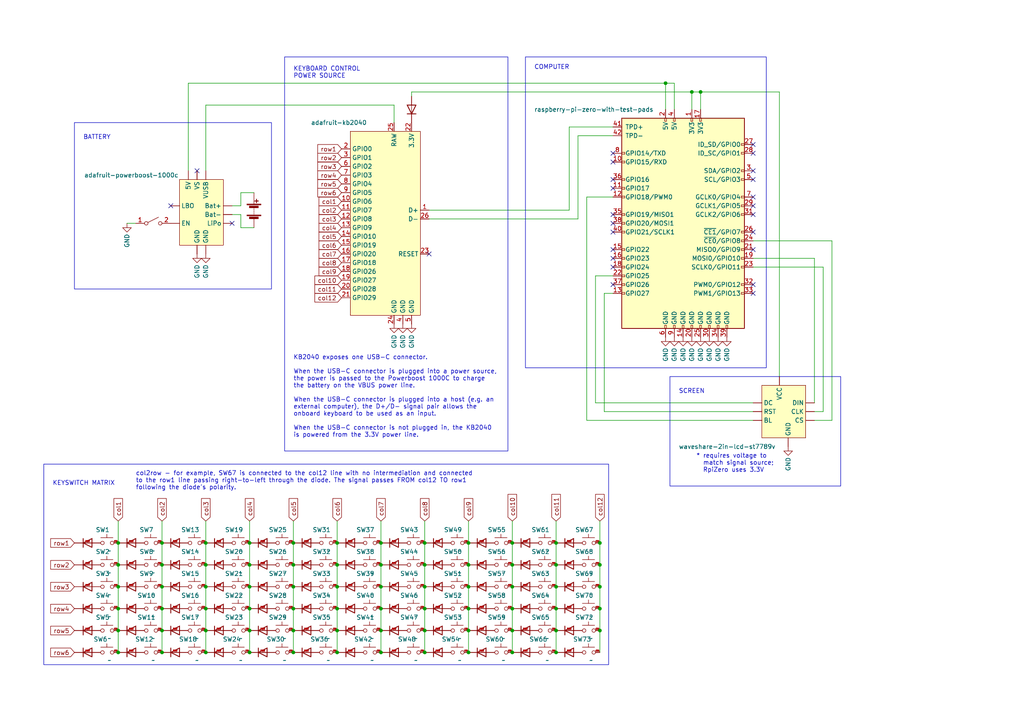
<source format=kicad_sch>
(kicad_sch (version 20230121) (generator eeschema)
  (paper "A4")
  (title_block (title "openwrite") (date "2023-04-25") (rev "1") (comment 1 "author: ebyerly") (comment 2 "license: GNU GPLv3"))
  (lib_symbols
    (symbol "Device:Battery" (pin_numbers hide) (pin_names (offset 0) hide)
      (property "Reference" "BT" (at 2.54 2.54 0))
      (property "Value" "Battery" (at 2.54 0 0))
      (symbol "Battery_0_1"
        (rectangle (start -2.032 -1.397) (end 2.032 -1.651) (fill (type outline)))
        (rectangle (start -2.032 1.778) (end 2.032 1.524) (fill (type outline)))
        (rectangle (start -1.3208 -1.9812) (end 1.27 -2.4892) (fill (type outline)))
        (rectangle (start -1.3208 1.1938) (end 1.27 0.6858) (fill (type outline)))
        (polyline (pts (xy 0 -1.524) (xy 0 -1.27)))
        (polyline (pts (xy 0 -1.016) (xy 0 -0.762)))
        (polyline (pts (xy 0 -0.508) (xy 0 -0.254)))
        (polyline (pts (xy 0 0) (xy 0 0.254)))
        (polyline (pts (xy 0 0.508) (xy 0 0.762)))
        (polyline (pts (xy 0 1.778) (xy 0 2.54)))
        (polyline (pts (xy 0.254 2.667) (xy 1.27 2.667)) (stroke (width 0.254)))
        (polyline (pts (xy 0.762 3.175) (xy 0.762 2.159)) (stroke (width 0.254)))
      )
      (symbol "Battery_1_1"
        (pin passive line (at 0 5.08 270) (length 2.54) (name "+") (number "1"))
        (pin passive line (at 0 -5.08 90) (length 2.54) (name "-") (number "2"))
      )
    )
    (symbol "Diode:1N4148" (pin_numbers hide) (pin_names hide)
      (property "Reference" "D" (at 0 2.54 0))
      (property "Value" "1N4148" (at 0 -2.54 0))
      (symbol "1N4148_0_1"
        (polyline (pts (xy -1.27 1.27) (xy -1.27 -1.27)) (stroke (width 0.254)))
        (polyline (pts (xy 1.27 0) (xy -1.27 0)))
        (polyline (pts (xy 1.27 1.27) (xy 1.27 -1.27) (xy -1.27 0) (xy 1.27 1.27)) (stroke (width 0.254)))
      )
      (symbol "1N4148_1_1"
        (pin passive line (at -3.81 0 0) (length 2.54) (name "K") (number "1"))
        (pin passive line (at 3.81 0 180) (length 2.54) (name "A") (number "2"))
      )
    )
    (symbol "Switch:SW_SPST" (pin_names (offset 0) hide)
      (property "Reference" "SW" (at 0 3.175 0))
      (property "Value" "SW_SPST" (at 0 -2.54 0))
      (symbol "SW_SPST_0_0"
        (circle (center -2.032 0) (radius 0.508))
        (polyline (pts (xy -1.524 0.254) (xy 1.524 1.778)))
        (circle (center 2.032 0) (radius 0.508))
      )
      (symbol "SW_SPST_1_1"
        (pin passive line (at -5.08 0 0) (length 2.54) (name "A") (number "1"))
        (pin passive line (at 5.08 0 180) (length 2.54) (name "B") (number "2"))
      )
    )
    (symbol "openwrite:adafruit-kb2040"
      (property "Reference" "U" (at 12.7 -60.96 0))
      (property "Value" "adafruit-kb2040" (at 20.32 -58.42 0))
      (symbol "adafruit-kb2040_1_1"
        (rectangle (start 2.54 -2.54) (end 22.86 -55.88) (fill (type background)))
        (pin bidirectional line (at 25.4 -25.4 180) (length 2.54) (name "D+") (number "1"))
        (pin bidirectional line (at 0 -22.86 0) (length 2.54) (name "GPIO6") (number "10"))
        (pin bidirectional line (at 0 -25.4 0) (length 2.54) (name "GPIO7") (number "11"))
        (pin bidirectional line (at 0 -27.94 0) (length 2.54) (name "GPIO8") (number "12"))
        (pin bidirectional line (at 0 -30.48 0) (length 2.54) (name "GPIO9") (number "13"))
        (pin bidirectional line (at 0 -33.02 0) (length 2.54) (name "GPIO10") (number "14"))
        (pin bidirectional line (at 0 -35.56 0) (length 2.54) (name "GPIO19") (number "15"))
        (pin bidirectional line (at 0 -38.1 0) (length 2.54) (name "GPIO20") (number "16"))
        (pin bidirectional line (at 0 -40.64 0) (length 2.54) (name "GPIO18") (number "17"))
        (pin bidirectional line (at 0 -43.18 0) (length 2.54) (name "GPIO26") (number "18"))
        (pin bidirectional line (at 0 -45.72 0) (length 2.54) (name "GPIO27") (number "19"))
        (pin bidirectional line (at 0 -7.62 0) (length 2.54) (name "GPIO0") (number "2"))
        (pin bidirectional line (at 0 -48.26 0) (length 2.54) (name "GPIO28") (number "20"))
        (pin bidirectional line (at 0 -50.8 0) (length 2.54) (name "GPIO29") (number "21"))
        (pin power_in line (at 20.32 0 270) (length 2.54) (name "3.3V") (number "22"))
        (pin bidirectional line (at 25.4 -38.1 180) (length 2.54) (name "RESET") (number "23"))
        (pin power_in line (at 15.24 -58.42 90) (length 2.54) (name "GND") (number "24"))
        (pin power_out line (at 15.24 0 270) (length 2.54) (name "RAW") (number "25"))
        (pin bidirectional line (at 25.4 -27.94 180) (length 2.54) (name "D-") (number "26"))
        (pin bidirectional line (at 0 -10.16 0) (length 2.54) (name "GPIO1") (number "3"))
        (pin power_in line (at 17.78 -58.42 90) (length 2.54) (name "GND") (number "4"))
        (pin power_in line (at 20.32 -58.42 90) (length 2.54) (name "GND") (number "5"))
        (pin bidirectional line (at 0 -12.7 0) (length 2.54) (name "GPIO2") (number "6"))
        (pin bidirectional line (at 0 -15.24 0) (length 2.54) (name "GPIO3") (number "7"))
        (pin bidirectional line (at 0 -17.78 0) (length 2.54) (name "GPIO4") (number "8"))
        (pin bidirectional line (at 0 -20.32 0) (length 2.54) (name "GPIO5") (number "9"))
      )
    )
    (symbol "openwrite:adafruit-powerboost-1000c"
      (property "Reference" "U" (at 5.08 -25.4 0))
      (property "Value" "adafruit-powerboost-1000c" (at -7.62 -22.86 0))
      (symbol "adafruit-powerboost-1000c_1_0"
        (rectangle (start 2.54 -2.54) (end 15.24 -21.59) (fill (type background)))
      )
      (symbol "adafruit-powerboost-1000c_1_1"
        (pin power_out line (at 5.08 0 270) (length 2.54) (name "5V") (number ""))
        (pin power_out line (at 17.78 -10.16 180) (length 2.54) (name "Bat+") (number ""))
        (pin power_out line (at 17.78 -12.7 180) (length 2.54) (name "Bat-") (number ""))
        (pin input line (at 0 -15.24 0) (length 2.54) (name "EN") (number ""))
        (pin power_out line (at 7.62 -24.13 90) (length 2.54) (name "GND") (number ""))
        (pin power_out line (at 10.16 -24.13 90) (length 2.54) (name "GND") (number ""))
        (pin output line (at 0 -10.16 0) (length 2.54) (name "LBO") (number ""))
        (pin power_out line (at 17.78 -15.24 180) (length 2.54) (name "LiPo") (number ""))
        (pin power_out line (at 7.62 0 270) (length 2.54) (name "VS") (number ""))
        (pin power_in line (at 10.16 0 270) (length 2.54) (name "VUSB") (number ""))
      )
    )
    (symbol "openwrite:gateron-ks-33-diode"
      (property "Reference" "U" (at 0 0 0))
      (property "Value" "gateron-ks-33-diode" (at 0 -2.54 0))
      (symbol "gateron-ks-33-diode_0_0"
        (circle (center -2.032 2.54) (radius 0.508))
        (circle (center 0.762 2.54) (radius 0.508))
      )
      (symbol "gateron-ks-33-diode_0_1"
        (polyline (pts (xy -7.62 3.81) (xy -7.62 1.27)) (stroke (width 0.254)))
        (polyline (pts (xy -2.54 4.064) (xy 1.016 4.064)))
        (polyline (pts (xy -0.762 4.064) (xy -0.762 5.08)))
        (polyline (pts (xy -5.08 3.81) (xy -5.08 1.27) (xy -7.62 2.54) (xy -5.08 3.81)) (stroke (width 0.254)))
      )
      (symbol "gateron-ks-33-diode_1_1"
        (pin passive line (at 2.54 2.54 180) (length 1.27) (name "") (number "COL"))
        (pin passive line (at -10.16 2.54 0) (length 7.62) (name "") (number "ROW"))
      )
    )
    (symbol "openwrite:raspberry-pi-zero-with-test-pads" (pin_names (offset 1.016))
      (property "Reference" "J" (at 2.54 -2.54 0))
      (property "Value" "raspberry-pi-zero-with-test-pads" (at -25.4 -66.04 0))
      (symbol "raspberry-pi-zero-with-test-pads_0_1"
        (rectangle (start 2.54 -2.54) (end 38.1 -63.5) (stroke (width 0.254)) (fill (type background)))
      )
      (symbol "raspberry-pi-zero-with-test-pads_1_1"
        (rectangle (start 3.429 -53.086) (end 2.54 -53.594))
        (rectangle (start 3.429 -50.546) (end 2.54 -51.054))
        (rectangle (start 3.429 -48.006) (end 2.54 -48.514))
        (rectangle (start 3.429 -45.466) (end 2.54 -45.974))
        (rectangle (start 3.429 -42.926) (end 2.54 -43.434))
        (rectangle (start 3.429 -40.386) (end 2.54 -40.894))
        (rectangle (start 3.429 -35.306) (end 2.54 -35.814))
        (rectangle (start 3.429 -32.766) (end 2.54 -33.274))
        (rectangle (start 3.429 -30.226) (end 2.54 -30.734))
        (rectangle (start 3.429 -25.146) (end 2.54 -25.654))
        (rectangle (start 3.429 -22.606) (end 2.54 -23.114))
        (rectangle (start 3.429 -20.066) (end 2.54 -20.574))
        (rectangle (start 3.429 -14.986) (end 2.54 -15.494))
        (rectangle (start 3.429 -12.446) (end 2.54 -12.954))
        (rectangle (start 14.986 -62.611) (end 15.494 -63.5))
        (rectangle (start 14.986 -2.54) (end 15.494 -3.429))
        (rectangle (start 17.526 -62.611) (end 18.034 -63.5))
        (rectangle (start 17.526 -2.54) (end 18.034 -3.429))
        (rectangle (start 20.066 -62.611) (end 20.574 -63.5))
        (rectangle (start 22.606 -62.611) (end 23.114 -63.5))
        (rectangle (start 22.606 -2.54) (end 23.114 -3.429))
        (rectangle (start 25.146 -62.611) (end 25.654 -63.5))
        (rectangle (start 25.146 -2.54) (end 25.654 -3.429))
        (rectangle (start 27.686 -62.611) (end 28.194 -63.5))
        (rectangle (start 30.226 -62.611) (end 30.734 -63.5))
        (rectangle (start 32.766 -62.611) (end 33.274 -63.5))
        (rectangle (start 38.1 -53.086) (end 37.211 -53.594))
        (rectangle (start 38.1 -50.546) (end 37.211 -51.054))
        (rectangle (start 38.1 -45.466) (end 37.211 -45.974))
        (rectangle (start 38.1 -42.926) (end 37.211 -43.434))
        (rectangle (start 38.1 -40.386) (end 37.211 -40.894))
        (rectangle (start 38.1 -37.846) (end 37.211 -38.354))
        (rectangle (start 38.1 -35.306) (end 37.211 -35.814))
        (rectangle (start 38.1 -30.226) (end 37.211 -30.734))
        (rectangle (start 38.1 -27.686) (end 37.211 -28.194))
        (rectangle (start 38.1 -25.146) (end 37.211 -25.654))
        (rectangle (start 38.1 -20.066) (end 37.211 -20.574))
        (rectangle (start 38.1 -17.526) (end 37.211 -18.034))
        (rectangle (start 38.1 -12.446) (end 37.211 -12.954))
        (rectangle (start 38.1 -9.906) (end 37.211 -10.414))
        (pin power_in line (at 22.86 0 270) (length 2.54) (name "3V3") (number "1"))
        (pin bidirectional line (at 0 -15.24 0) (length 2.54) (name "GPIO15/RXD") (number "10"))
        (pin bidirectional line (at 0 -22.86 0) (length 2.54) (name "GPIO17") (number "11"))
        (pin bidirectional line (at 0 -25.4 0) (length 2.54) (name "GPIO18/PWM0") (number "12"))
        (pin bidirectional line (at 0 -53.34 0) (length 2.54) (name "GPIO27") (number "13"))
        (pin power_in line (at 20.32 -66.04 90) (length 2.54) (name "GND") (number "14"))
        (pin bidirectional line (at 0 -40.64 0) (length 2.54) (name "GPIO22") (number "15"))
        (pin bidirectional line (at 0 -43.18 0) (length 2.54) (name "GPIO23") (number "16"))
        (pin power_in line (at 25.4 0 270) (length 2.54) (name "3V3") (number "17"))
        (pin bidirectional line (at 0 -45.72 0) (length 2.54) (name "GPIO24") (number "18"))
        (pin bidirectional line (at 40.64 -43.18 180) (length 2.54) (name "MOSI0/GPIO10") (number "19"))
        (pin power_in line (at 15.24 0 270) (length 2.54) (name "5V") (number "2"))
        (pin power_in line (at 22.86 -66.04 90) (length 2.54) (name "GND") (number "20"))
        (pin bidirectional line (at 40.64 -40.64 180) (length 2.54) (name "MISO0/GPIO9") (number "21"))
        (pin bidirectional line (at 0 -48.26 0) (length 2.54) (name "GPIO25") (number "22"))
        (pin bidirectional line (at 40.64 -45.72 180) (length 2.54) (name "SCLK0/GPIO11") (number "23"))
        (pin bidirectional line (at 40.64 -38.1 180) (length 2.54) (name "~{CE0}/GPIO8") (number "24"))
        (pin power_in line (at 25.4 -66.04 90) (length 2.54) (name "GND") (number "25"))
        (pin bidirectional line (at 40.64 -35.56 180) (length 2.54) (name "~{CE1}/GPIO7") (number "26"))
        (pin bidirectional line (at 40.64 -10.16 180) (length 2.54) (name "ID_SD/GPIO0") (number "27"))
        (pin bidirectional line (at 40.64 -12.7 180) (length 2.54) (name "ID_SC/GPIO1") (number "28"))
        (pin bidirectional line (at 40.64 -27.94 180) (length 2.54) (name "GCLK1/GPIO5") (number "29"))
        (pin bidirectional line (at 40.64 -17.78 180) (length 2.54) (name "SDA/GPIO2") (number "3"))
        (pin power_in line (at 27.94 -66.04 90) (length 2.54) (name "GND") (number "30"))
        (pin bidirectional line (at 40.64 -30.48 180) (length 2.54) (name "GCLK2/GPIO6") (number "31"))
        (pin bidirectional line (at 40.64 -50.8 180) (length 2.54) (name "PWM0/GPIO12") (number "32"))
        (pin bidirectional line (at 40.64 -53.34 180) (length 2.54) (name "PWM1/GPIO13") (number "33"))
        (pin power_in line (at 30.48 -66.04 90) (length 2.54) (name "GND") (number "34"))
        (pin bidirectional line (at 0 -30.48 0) (length 2.54) (name "GPIO19/MISO1") (number "35"))
        (pin bidirectional line (at 0 -20.32 0) (length 2.54) (name "GPIO16") (number "36"))
        (pin bidirectional line (at 0 -50.8 0) (length 2.54) (name "GPIO26") (number "37"))
        (pin bidirectional line (at 0 -33.02 0) (length 2.54) (name "GPIO20/MOSI1") (number "38"))
        (pin power_in line (at 33.02 -66.04 90) (length 2.54) (name "GND") (number "39"))
        (pin power_in line (at 17.78 0 270) (length 2.54) (name "5V") (number "4"))
        (pin bidirectional line (at 0 -35.56 0) (length 2.54) (name "GPIO21/SCLK1") (number "40"))
        (pin bidirectional line (at 0 -5.08 0) (length 2.54) (name "TPD+") (number "41"))
        (pin bidirectional line (at 0 -7.62 0) (length 2.54) (name "TPD-") (number "42"))
        (pin bidirectional line (at 40.64 -20.32 180) (length 2.54) (name "SCL/GPIO3") (number "5"))
        (pin power_in line (at 15.24 -66.04 90) (length 2.54) (name "GND") (number "6"))
        (pin bidirectional line (at 40.64 -25.4 180) (length 2.54) (name "GCLK0/GPIO4") (number "7"))
        (pin bidirectional line (at 0 -12.7 0) (length 2.54) (name "GPIO14/TXD") (number "8"))
        (pin power_in line (at 17.78 -66.04 90) (length 2.54) (name "GND") (number "9"))
      )
    )
    (symbol "openwrite:waveshare-2in-lcd-st7789v"
      (property "Reference" "U" (at 7.62 -22.86 0))
      (property "Value" "waveshare-2in-lcd-st7789v" (at -5.08 -20.32 0))
      (symbol "waveshare-2in-lcd-st7789v_1_1"
        (rectangle (start 2.54 -2.54) (end 15.24 -17.78) (fill (type background)))
        (pin input line (at 0 -12.7 0) (length 2.54) (name "BL") (number ""))
        (pin input line (at 17.78 -10.16 180) (length 2.54) (name "CLK") (number ""))
        (pin input line (at 17.78 -12.7 180) (length 2.54) (name "CS") (number ""))
        (pin input line (at 0 -7.62 0) (length 2.54) (name "DC") (number ""))
        (pin input line (at 17.78 -7.62 180) (length 2.54) (name "DIN") (number ""))
        (pin power_in line (at 10.16 -20.32 90) (length 2.54) (name "GND") (number ""))
        (pin input line (at 0 -10.16 0) (length 2.54) (name "RST") (number ""))
        (pin power_in line (at 7.62 0 270) (length 2.54) (name "VCC") (number ""))
      )
    )
    (symbol "power:GND" (power) (pin_names (offset 0))
      (property "Value" "GND" (at 0 -3.81 0))
      (symbol "GND_0_1"
        (polyline (pts (xy 0 0) (xy 0 -1.27) (xy 1.27 -1.27) (xy 0 -2.54) (xy -1.27 -1.27) (xy 0 -1.27)))
      )
      (symbol "GND_1_1"
        (pin power_in line (at 0 0 270) (length 0) hide (name "GND") (number "1"))
      )
    )
  )
  (junction (at 193.04 24.13))
  (junction (at 97.79 163.83))
  (junction (at 161.29 182.88))
  (junction (at 59.69 189.23))
  (junction (at 85.09 157.48))
  (junction (at 59.69 170.18))
  (junction (at 97.79 189.23))
  (junction (at 135.89 182.88))
  (junction (at 173.99 170.18))
  (junction (at 148.59 182.88))
  (junction (at 161.29 189.23))
  (junction (at 46.99 163.83))
  (junction (at 59.69 157.48))
  (junction (at 203.2 26.67))
  (junction (at 135.89 176.53))
  (junction (at 34.29 163.83))
  (junction (at 34.29 170.18))
  (junction (at 200.66 26.67))
  (junction (at 85.09 163.83))
  (junction (at 135.89 157.48))
  (junction (at 173.99 176.53))
  (junction (at 46.99 182.88))
  (junction (at 135.89 163.83))
  (junction (at 97.79 157.48))
  (junction (at 46.99 157.48))
  (junction (at 72.39 157.48))
  (junction (at 72.39 176.53))
  (junction (at 161.29 176.53))
  (junction (at 173.99 157.48))
  (junction (at 85.09 170.18))
  (junction (at 34.29 176.53))
  (junction (at 110.49 189.23))
  (junction (at 173.99 163.83))
  (junction (at 110.49 182.88))
  (junction (at 123.19 163.83))
  (junction (at 148.59 170.18))
  (junction (at 123.19 170.18))
  (junction (at 110.49 157.48))
  (junction (at 46.99 176.53))
  (junction (at 110.49 176.53))
  (junction (at 85.09 189.23))
  (junction (at 72.39 182.88))
  (junction (at 59.69 182.88))
  (junction (at 46.99 170.18))
  (junction (at 59.69 176.53))
  (junction (at 72.39 163.83))
  (junction (at 34.29 189.23))
  (junction (at 72.39 170.18))
  (junction (at 148.59 157.48))
  (junction (at 161.29 170.18))
  (junction (at 97.79 182.88))
  (junction (at 85.09 176.53))
  (junction (at 59.69 163.83))
  (junction (at 123.19 176.53))
  (junction (at 46.99 189.23))
  (junction (at 123.19 189.23))
  (junction (at 123.19 182.88))
  (junction (at 161.29 157.48))
  (junction (at 148.59 163.83))
  (junction (at 85.09 182.88))
  (junction (at 148.59 189.23))
  (junction (at 161.29 163.83))
  (junction (at 135.89 189.23))
  (junction (at 110.49 170.18))
  (junction (at 123.19 157.48))
  (junction (at 110.49 163.83))
  (junction (at 135.89 170.18))
  (junction (at 72.39 189.23))
  (junction (at 97.79 176.53))
  (junction (at 34.29 182.88))
  (junction (at 34.29 157.48))
  (junction (at 97.79 170.18))
  (junction (at 173.99 182.88))
  (junction (at 148.59 176.53))
  (no_connect (at 57.15 49.53))
  (no_connect (at 218.44 72.39))
  (no_connect (at 177.8 72.39))
  (no_connect (at 177.8 46.99))
  (no_connect (at 218.44 62.23))
  (no_connect (at 218.44 59.69))
  (no_connect (at 177.8 52.07))
  (no_connect (at 218.44 82.55))
  (no_connect (at 177.8 74.93))
  (no_connect (at 177.8 67.31))
  (no_connect (at 124.46 73.66))
  (no_connect (at 67.31 64.77))
  (no_connect (at 218.44 49.53))
  (no_connect (at 177.8 54.61))
  (no_connect (at 218.44 67.31))
  (no_connect (at 49.53 59.69))
  (no_connect (at 218.44 52.07))
  (no_connect (at 177.8 77.47))
  (no_connect (at 177.8 62.23))
  (no_connect (at 177.8 82.55))
  (no_connect (at 218.44 44.45))
  (no_connect (at 218.44 85.09))
  (no_connect (at 177.8 64.77))
  (no_connect (at 218.44 57.15))
  (no_connect (at 177.8 44.45))
  (no_connect (at 218.44 41.91))
  (wire (pts (xy 85.09 170.18) (xy 85.09 176.53)))
  (wire (pts (xy 161.29 182.88) (xy 161.29 189.23)))
  (wire (pts (xy 72.39 163.83) (xy 72.39 170.18)))
  (wire (pts (xy 110.49 163.83) (xy 110.49 170.18)))
  (wire (pts (xy 72.39 157.48) (xy 72.39 163.83)))
  (wire (pts (xy 135.89 182.88) (xy 135.89 189.23)))
  (wire (pts (xy 148.59 151.13) (xy 148.59 157.48)))
  (wire (pts (xy 135.89 170.18) (xy 135.89 176.53)))
  (wire (pts (xy 123.19 182.88) (xy 123.19 189.23)))
  (wire (pts (xy 72.39 170.18) (xy 72.39 176.53)))
  (wire (pts (xy 110.49 157.48) (xy 110.49 163.83)))
  (wire (pts (xy 46.99 176.53) (xy 46.99 182.88)))
  (wire (pts (xy 241.3 69.85) (xy 241.3 121.92)))
  (wire (pts (xy 218.44 74.93) (xy 236.22 74.93)))
  (wire (pts (xy 165.1 60.96) (xy 124.46 60.96)))
  (wire (pts (xy 97.79 176.53) (xy 97.79 182.88)))
  (wire (pts (xy 238.76 119.38) (xy 236.22 119.38)))
  (wire (pts (xy 161.29 176.53) (xy 161.29 182.88)))
  (wire (pts (xy 170.18 121.92) (xy 170.18 57.15)))
  (wire (pts (xy 54.61 24.13) (xy 54.61 49.53)))
  (wire (pts (xy 69.85 66.04) (xy 73.66 66.04)))
  (wire (pts (xy 173.99 163.83) (xy 173.99 170.18)))
  (wire (pts (xy 69.85 62.23) (xy 69.85 66.04)))
  (wire (pts (xy 59.69 163.83) (xy 59.69 170.18)))
  (wire (pts (xy 110.49 182.88) (xy 110.49 189.23)))
  (wire (pts (xy 175.26 85.09) (xy 177.8 85.09)))
  (wire (pts (xy 85.09 182.88) (xy 85.09 189.23)))
  (wire (pts (xy 123.19 170.18) (xy 123.19 176.53)))
  (wire (pts (xy 114.3 35.56) (xy 114.3 30.48)))
  (wire (pts (xy 85.09 163.83) (xy 85.09 170.18)))
  (wire (pts (xy 67.31 62.23) (xy 69.85 62.23)))
  (wire (pts (xy 85.09 176.53) (xy 85.09 182.88)))
  (wire (pts (xy 34.29 176.53) (xy 34.29 182.88)))
  (wire (pts (xy 46.99 182.88) (xy 46.99 189.23)))
  (wire (pts (xy 72.39 176.53) (xy 72.39 182.88)))
  (wire (pts (xy 72.39 182.88) (xy 72.39 189.23)))
  (wire (pts (xy 175.26 119.38) (xy 175.26 85.09)))
  (wire (pts (xy 148.59 170.18) (xy 148.59 176.53)))
  (wire (pts (xy 172.72 116.84) (xy 172.72 80.01)))
  (wire (pts (xy 59.69 176.53) (xy 59.69 182.88)))
  (wire (pts (xy 203.2 26.67) (xy 226.06 26.67)))
  (wire (pts (xy 34.29 163.83) (xy 34.29 170.18)))
  (wire (pts (xy 173.99 176.53) (xy 173.99 182.88)))
  (wire (pts (xy 193.04 24.13) (xy 193.04 31.75)))
  (wire (pts (xy 226.06 26.67) (xy 226.06 109.22)))
  (wire (pts (xy 165.1 36.83) (xy 165.1 60.96)))
  (wire (pts (xy 170.18 121.92) (xy 218.44 121.92)))
  (wire (pts (xy 97.79 157.48) (xy 97.79 163.83)))
  (wire (pts (xy 69.85 55.88) (xy 73.66 55.88)))
  (wire (pts (xy 123.19 157.48) (xy 123.19 163.83)))
  (wire (pts (xy 34.29 157.48) (xy 34.29 163.83)))
  (wire (pts (xy 110.49 176.53) (xy 110.49 182.88)))
  (wire (pts (xy 148.59 176.53) (xy 148.59 182.88)))
  (wire (pts (xy 59.69 30.48) (xy 59.69 49.53)))
  (wire (pts (xy 34.29 151.13) (xy 34.29 157.48)))
  (wire (pts (xy 59.69 182.88) (xy 59.69 189.23)))
  (wire (pts (xy 110.49 170.18) (xy 110.49 176.53)))
  (wire (pts (xy 161.29 151.13) (xy 161.29 157.48)))
  (wire (pts (xy 173.99 182.88) (xy 173.99 189.23)))
  (wire (pts (xy 46.99 163.83) (xy 46.99 170.18)))
  (wire (pts (xy 193.04 24.13) (xy 54.61 24.13)))
  (wire (pts (xy 119.38 26.67) (xy 119.38 27.94)))
  (wire (pts (xy 67.31 59.69) (xy 69.85 59.69)))
  (wire (pts (xy 173.99 151.13) (xy 173.99 157.48)))
  (wire (pts (xy 97.79 151.13) (xy 97.79 157.48)))
  (wire (pts (xy 114.3 30.48) (xy 59.69 30.48)))
  (wire (pts (xy 148.59 163.83) (xy 148.59 170.18)))
  (wire (pts (xy 46.99 151.13) (xy 46.99 157.48)))
  (wire (pts (xy 218.44 69.85) (xy 241.3 69.85)))
  (wire (pts (xy 135.89 176.53) (xy 135.89 182.88)))
  (wire (pts (xy 123.19 176.53) (xy 123.19 182.88)))
  (wire (pts (xy 241.3 121.92) (xy 236.22 121.92)))
  (wire (pts (xy 161.29 157.48) (xy 161.29 163.83)))
  (wire (pts (xy 69.85 59.69) (xy 69.85 55.88)))
  (wire (pts (xy 173.99 157.48) (xy 173.99 163.83)))
  (wire (pts (xy 177.8 36.83) (xy 165.1 36.83)))
  (wire (pts (xy 123.19 151.13) (xy 123.19 157.48)))
  (wire (pts (xy 97.79 163.83) (xy 97.79 170.18)))
  (wire (pts (xy 161.29 170.18) (xy 161.29 176.53)))
  (wire (pts (xy 135.89 151.13) (xy 135.89 157.48)))
  (wire (pts (xy 167.64 63.5) (xy 124.46 63.5)))
  (wire (pts (xy 123.19 163.83) (xy 123.19 170.18)))
  (wire (pts (xy 59.69 151.13) (xy 59.69 157.48)))
  (wire (pts (xy 85.09 151.13) (xy 85.09 157.48)))
  (wire (pts (xy 218.44 77.47) (xy 238.76 77.47)))
  (wire (pts (xy 46.99 157.48) (xy 46.99 163.83)))
  (wire (pts (xy 236.22 74.93) (xy 236.22 116.84)))
  (wire (pts (xy 97.79 182.88) (xy 97.79 189.23)))
  (wire (pts (xy 46.99 170.18) (xy 46.99 176.53)))
  (wire (pts (xy 34.29 182.88) (xy 34.29 189.23)))
  (wire (pts (xy 34.29 170.18) (xy 34.29 176.53)))
  (wire (pts (xy 59.69 170.18) (xy 59.69 176.53)))
  (wire (pts (xy 110.49 151.13) (xy 110.49 157.48)))
  (wire (pts (xy 175.26 119.38) (xy 218.44 119.38)))
  (wire (pts (xy 135.89 163.83) (xy 135.89 170.18)))
  (wire (pts (xy 119.38 26.67) (xy 200.66 26.67)))
  (wire (pts (xy 172.72 80.01) (xy 177.8 80.01)))
  (wire (pts (xy 72.39 151.13) (xy 72.39 157.48)))
  (wire (pts (xy 203.2 26.67) (xy 203.2 31.75)))
  (wire (pts (xy 97.79 170.18) (xy 97.79 176.53)))
  (wire (pts (xy 172.72 116.84) (xy 218.44 116.84)))
  (wire (pts (xy 85.09 157.48) (xy 85.09 163.83)))
  (wire (pts (xy 148.59 157.48) (xy 148.59 163.83)))
  (wire (pts (xy 195.58 31.75) (xy 195.58 24.13)))
  (wire (pts (xy 170.18 57.15) (xy 177.8 57.15)))
  (wire (pts (xy 177.8 39.37) (xy 167.64 39.37)))
  (wire (pts (xy 200.66 26.67) (xy 200.66 31.75)))
  (wire (pts (xy 161.29 163.83) (xy 161.29 170.18)))
  (wire (pts (xy 173.99 170.18) (xy 173.99 176.53)))
  (wire (pts (xy 135.89 157.48) (xy 135.89 163.83)))
  (wire (pts (xy 148.59 182.88) (xy 148.59 189.23)))
  (wire (pts (xy 36.83 64.77) (xy 39.37 64.77)))
  (wire (pts (xy 167.64 39.37) (xy 167.64 63.5)))
  (wire (pts (xy 59.69 157.48) (xy 59.69 163.83)))
  (wire (pts (xy 200.66 26.67) (xy 203.2 26.67)))
  (wire (pts (xy 195.58 24.13) (xy 193.04 24.13)))
  (wire (pts (xy 238.76 77.47) (xy 238.76 119.38)))
  (rectangle (start 12.7 134.62) (end 176.53 192.786))
  (rectangle (start 82.55 16.51) (end 147.32 130.81))
  (rectangle (start 194.31 109.22) (end 243.84 140.97))
  (rectangle (start 21.59 35.56) (end 78.74 83.82))
  (rectangle (start 152.4 16.51) (end 222.25 106.68))
  (text "BATTERY" (at 24.13 40.64 0) (effects (font (size 1.27 1.27)) (justify left bottom)))
  (text "KB2040 exposes one USB-C connector.\n\nWhen the USB-C connector is plugged into a power source,\nthe power is passed to the Powerboost 1000C to charge\nthe battery on the VBUS power line.\n\nWhen the USB-C connector is plugged into a host (e.g. an\nexternal computer), the D+/D- signal pair allows the \nonboard keyboard to be used as an input.\n\nWhen the USB-C connector is not plugged in, the KB2040\nis powered from the 3.3V power line." (at 85.09 127 0) (effects (font (size 1.27 1.27)) (justify left bottom)))
  (text "* requires voltage to\n  match signal source;\n  RpiZero uses 3.3V" (at 201.93 137.16 0) (effects (font (size 1.27 1.27)) (justify left bottom)))
  (text "COMPUTER\n" (at 154.94 20.32 0) (effects (font (size 1.27 1.27)) (justify left bottom)))
  (text "col2row - for example, SW67 is connected to the col12 line with no intermediation and connected\nto the row1 line passing right-to-left through the diode. The signal passes FROM col12 TO row1\nfollowing the diode's polarity." (at 39.37 142.24 0) (effects (font (size 1.27 1.27)) (justify left bottom)))
  (text "KEYSWITCH MATRIX" (at 15.24 140.97 0) (effects (font (size 1.27 1.27)) (justify left bottom)))
  (text "KEYBOARD CONTROL\nPOWER SOURCE" (at 85.09 22.86 0) (effects (font (size 1.27 1.27)) (justify left bottom)))
  (text "SCREEN" (at 196.85 114.3 0) (effects (font (size 1.27 1.27)) (justify left bottom)))
  (global_label "col1" (shape input) (at 34.29 151.13 90) (property "Intersheetrefs" "${INTERSHEET_REFS}" (effects hide)))
  (global_label "col8" (shape input) (at 123.19 151.13 90) (property "Intersheetrefs" "${INTERSHEET_REFS}" (effects hide)))
  (global_label "col9" (shape input) (at 135.89 151.13 90) (property "Intersheetrefs" "${INTERSHEET_REFS}" (effects hide)))
  (global_label "row5" (shape input) (at 21.59 182.88 180) (property "Intersheetrefs" "${INTERSHEET_REFS}" (effects hide)))
  (global_label "col7" (shape input) (at 110.49 151.13 90) (property "Intersheetrefs" "${INTERSHEET_REFS}" (effects hide)))
  (global_label "col11" (shape input) (at 99.06 83.82 180) (property "Intersheetrefs" "${INTERSHEET_REFS}" (effects hide)))
  (global_label "col4" (shape input) (at 72.39 151.13 90) (property "Intersheetrefs" "${INTERSHEET_REFS}" (effects hide)))
  (global_label "row2" (shape input) (at 21.59 163.83 180) (property "Intersheetrefs" "${INTERSHEET_REFS}" (effects hide)))
  (global_label "row4" (shape input) (at 99.06 50.8 180) (property "Intersheetrefs" "${INTERSHEET_REFS}" (effects hide)))
  (global_label "col7" (shape input) (at 99.06 73.66 180) (property "Intersheetrefs" "${INTERSHEET_REFS}" (effects hide)))
  (global_label "col4" (shape input) (at 99.06 66.04 180) (property "Intersheetrefs" "${INTERSHEET_REFS}" (effects hide)))
  (global_label "col8" (shape input) (at 99.06 76.2 180) (property "Intersheetrefs" "${INTERSHEET_REFS}" (effects hide)))
  (global_label "col10" (shape input) (at 99.06 81.28 180) (property "Intersheetrefs" "${INTERSHEET_REFS}" (effects hide)))
  (global_label "col6" (shape input) (at 99.06 71.12 180) (property "Intersheetrefs" "${INTERSHEET_REFS}" (effects hide)))
  (global_label "row1" (shape input) (at 99.06 43.18 180) (property "Intersheetrefs" "${INTERSHEET_REFS}" (effects hide)))
  (global_label "row4" (shape input) (at 21.59 176.53 180) (property "Intersheetrefs" "${INTERSHEET_REFS}" (effects hide)))
  (global_label "col2" (shape input) (at 46.99 151.13 90) (property "Intersheetrefs" "${INTERSHEET_REFS}" (effects hide)))
  (global_label "col12" (shape input) (at 99.06 86.36 180) (property "Intersheetrefs" "${INTERSHEET_REFS}" (effects hide)))
  (global_label "col5" (shape input) (at 85.09 151.13 90) (property "Intersheetrefs" "${INTERSHEET_REFS}" (effects hide)))
  (global_label "row5" (shape input) (at 99.06 53.34 180) (property "Intersheetrefs" "${INTERSHEET_REFS}" (effects hide)))
  (global_label "row3" (shape input) (at 99.06 48.26 180) (property "Intersheetrefs" "${INTERSHEET_REFS}" (effects hide)))
  (global_label "col11" (shape input) (at 161.29 151.13 90) (property "Intersheetrefs" "${INTERSHEET_REFS}" (effects hide)))
  (global_label "row6" (shape input) (at 21.59 189.23 180) (property "Intersheetrefs" "${INTERSHEET_REFS}" (effects hide)))
  (global_label "col5" (shape input) (at 99.06 68.58 180) (property "Intersheetrefs" "${INTERSHEET_REFS}" (effects hide)))
  (global_label "row3" (shape input) (at 21.59 170.18 180) (property "Intersheetrefs" "${INTERSHEET_REFS}" (effects hide)))
  (global_label "col12" (shape input) (at 173.99 151.13 90) (property "Intersheetrefs" "${INTERSHEET_REFS}" (effects hide)))
  (global_label "col9" (shape input) (at 99.06 78.74 180) (property "Intersheetrefs" "${INTERSHEET_REFS}" (effects hide)))
  (global_label "row2" (shape input) (at 99.06 45.72 180) (property "Intersheetrefs" "${INTERSHEET_REFS}" (effects hide)))
  (global_label "col10" (shape input) (at 148.59 151.13 90) (property "Intersheetrefs" "${INTERSHEET_REFS}" (effects hide)))
  (global_label "col2" (shape input) (at 99.06 60.96 180) (property "Intersheetrefs" "${INTERSHEET_REFS}" (effects hide)))
  (global_label "col1" (shape input) (at 99.06 58.42 180) (property "Intersheetrefs" "${INTERSHEET_REFS}" (effects hide)))
  (global_label "col6" (shape input) (at 97.79 151.13 90) (property "Intersheetrefs" "${INTERSHEET_REFS}" (effects hide)))
  (global_label "row1" (shape input) (at 21.59 157.48 180) (property "Intersheetrefs" "${INTERSHEET_REFS}" (effects hide)))
  (global_label "col3" (shape input) (at 99.06 63.5 180) (property "Intersheetrefs" "${INTERSHEET_REFS}" (effects hide)))
  (global_label "row6" (shape input) (at 99.06 55.88 180) (property "Intersheetrefs" "${INTERSHEET_REFS}" (effects hide)))
  (global_label "col3" (shape input) (at 59.69 151.13 90) (property "Intersheetrefs" "${INTERSHEET_REFS}" (effects hide)))
  (symbol (lib_id "openwrite:gateron-ks-33-diode") (at 69.85 172.72 0) (unit 1)
    (property "Reference" "SW21" (at 67.8815 166.37 0))
    (property "Value" "~" (at 69.85 172.466 0))
    (property "Footprint" "openwrite:gateron-ks-33-diode" (effects hide))
  )
  (symbol (lib_id "openwrite:gateron-ks-33-diode") (at 82.55 172.72 0) (unit 1)
    (property "Reference" "SW27" (at 80.5815 166.37 0))
    (property "Value" "~" (at 82.55 172.466 0))
    (property "Footprint" "openwrite:gateron-ks-33-diode" (effects hide))
  )
  (symbol (lib_id "openwrite:gateron-ks-33-diode") (at 158.75 179.07 0) (unit 1)
    (property "Reference" "SW64" (at 156.7815 172.72 0))
    (property "Value" "~" (at 158.75 178.816 0))
    (property "Footprint" "openwrite:gateron-ks-33-diode" (effects hide))
  )
  (symbol (lib_id "power:GND") (at 203.2 97.79 0) (unit 1)
    (property "Reference" "#PWR018" (effects hide))
    (property "Value" "GND" (at 203.2 102.87 90))
  )
  (symbol (lib_id "power:GND") (at 205.74 97.79 0) (unit 1)
    (property "Reference" "#PWR019" (effects hide))
    (property "Value" "GND" (at 205.74 102.87 90))
  )
  (symbol (lib_id "openwrite:gateron-ks-33-diode") (at 146.05 172.72 0) (unit 1)
    (property "Reference" "SW57" (at 144.0815 166.37 0))
    (property "Value" "~" (at 146.05 172.466 0))
    (property "Footprint" "openwrite:gateron-ks-33-diode" (effects hide))
  )
  (symbol (lib_id "openwrite:gateron-ks-33-diode") (at 95.25 185.42 0) (unit 1)
    (property "Reference" "SW35" (at 93.2815 179.07 0))
    (property "Value" "~" (at 95.25 185.166 0))
    (property "Footprint" "openwrite:gateron-ks-33-diode" (effects hide))
  )
  (symbol (lib_id "openwrite:gateron-ks-33-diode") (at 31.75 166.37 0) (unit 1)
    (property "Reference" "SW2" (at 29.7815 160.02 0))
    (property "Value" "~" (at 31.75 166.116 0))
    (property "Footprint" "openwrite:gateron-ks-33-diode" (effects hide))
  )
  (symbol (lib_id "power:GND") (at 59.69 73.66 0) (unit 1)
    (property "Reference" "#PWR09" (effects hide))
    (property "Value" "GND" (at 59.69 78.74 90))
  )
  (symbol (lib_id "openwrite:gateron-ks-33-diode") (at 133.35 191.77 0) (unit 1)
    (property "Reference" "SW54" (at 130.7465 185.42 0))
    (property "Value" "~" (at 133.35 191.516 0))
    (property "Footprint" "openwrite:gateron-ks-33-diode" (effects hide))
  )
  (symbol (lib_id "openwrite:gateron-ks-33-diode") (at 120.65 185.42 0) (unit 1)
    (property "Reference" "SW47" (at 118.6815 179.07 0))
    (property "Value" "~" (at 120.65 185.166 0))
    (property "Footprint" "openwrite:gateron-ks-33-diode" (effects hide))
  )
  (symbol (lib_id "openwrite:gateron-ks-33-diode") (at 44.45 185.42 0) (unit 1)
    (property "Reference" "SW11" (at 42.4815 179.07 0))
    (property "Value" "~" (at 44.45 185.166 0))
    (property "Footprint" "openwrite:gateron-ks-33-diode" (effects hide))
  )
  (symbol (lib_id "openwrite:gateron-ks-33-diode") (at 107.95 185.42 0) (unit 1)
    (property "Reference" "SW41" (at 105.9815 179.07 0))
    (property "Value" "~" (at 107.95 185.166 0))
    (property "Footprint" "openwrite:gateron-ks-33-diode" (effects hide))
  )
  (symbol (lib_id "openwrite:gateron-ks-33-diode") (at 133.35 166.37 0) (unit 1)
    (property "Reference" "SW50" (at 131.3815 160.02 0))
    (property "Value" "~" (at 133.35 166.116 0))
    (property "Footprint" "openwrite:gateron-ks-33-diode" (effects hide))
  )
  (symbol (lib_id "power:GND") (at 228.6 129.54 0) (unit 1)
    (property "Reference" "#PWR022" (effects hide))
    (property "Value" "GND" (at 228.6 134.62 90))
  )
  (symbol (lib_id "openwrite:gateron-ks-33-diode") (at 44.45 179.07 0) (unit 1)
    (property "Reference" "SW10" (at 42.4815 172.72 0))
    (property "Value" "~" (at 44.45 178.816 0))
    (property "Footprint" "openwrite:gateron-ks-33-diode" (effects hide))
  )
  (symbol (lib_id "openwrite:gateron-ks-33-diode") (at 158.75 160.02 0) (unit 1)
    (property "Reference" "SW61" (at 156.7815 153.67 0))
    (property "Value" "~" (at 158.75 159.766 0))
    (property "Footprint" "openwrite:gateron-ks-33-diode" (effects hide))
  )
  (symbol (lib_id "openwrite:gateron-ks-33-diode") (at 146.05 191.77 0) (unit 1)
    (property "Reference" "SW60" (at 143.4465 185.42 0))
    (property "Value" "~" (at 146.05 191.516 0))
    (property "Footprint" "openwrite:gateron-ks-33-diode" (effects hide))
  )
  (symbol (lib_id "openwrite:gateron-ks-33-diode") (at 57.15 172.72 0) (unit 1)
    (property "Reference" "SW15" (at 55.1815 166.37 0))
    (property "Value" "~" (at 57.15 172.466 0))
    (property "Footprint" "openwrite:gateron-ks-33-diode" (effects hide))
  )
  (symbol (lib_id "openwrite:gateron-ks-33-diode") (at 95.25 160.02 0) (unit 1)
    (property "Reference" "SW31" (at 93.2815 153.67 0))
    (property "Value" "~" (at 95.25 159.766 0))
    (property "Footprint" "openwrite:gateron-ks-33-diode" (effects hide))
  )
  (symbol (lib_id "openwrite:gateron-ks-33-diode") (at 95.25 179.07 0) (unit 1)
    (property "Reference" "SW34" (at 93.2815 172.72 0))
    (property "Value" "~" (at 95.25 178.816 0))
    (property "Footprint" "openwrite:gateron-ks-33-diode" (effects hide))
  )
  (symbol (lib_id "openwrite:gateron-ks-33-diode") (at 146.05 185.42 0) (unit 1)
    (property "Reference" "SW59" (at 144.0815 179.07 0))
    (property "Value" "~" (at 146.05 185.166 0))
    (property "Footprint" "openwrite:gateron-ks-33-diode" (effects hide))
  )
  (symbol (lib_id "openwrite:gateron-ks-33-diode") (at 171.45 160.02 0) (unit 1)
    (property "Reference" "SW67" (at 169.4815 153.67 0))
    (property "Value" "~" (at 171.45 159.766 0))
    (property "Footprint" "openwrite:gateron-ks-33-diode" (effects hide))
  )
  (symbol (lib_id "openwrite:gateron-ks-33-diode") (at 95.25 166.37 0) (unit 1)
    (property "Reference" "SW32" (at 93.2815 160.02 0))
    (property "Value" "~" (at 95.25 166.116 0))
    (property "Footprint" "openwrite:gateron-ks-33-diode" (effects hide))
  )
  (symbol (lib_id "openwrite:gateron-ks-33-diode") (at 107.95 166.37 0) (unit 1)
    (property "Reference" "SW38" (at 105.9815 160.02 0))
    (property "Value" "~" (at 107.95 166.116 0))
    (property "Footprint" "openwrite:gateron-ks-33-diode" (effects hide))
  )
  (symbol (lib_id "power:GND") (at 119.38 93.98 0) (unit 1)
    (property "Reference" "#PWR013" (effects hide))
    (property "Value" "GND" (at 119.38 99.06 90))
  )
  (symbol (lib_id "openwrite:gateron-ks-33-diode") (at 120.65 160.02 0) (unit 1)
    (property "Reference" "SW43" (at 118.6815 153.67 0))
    (property "Value" "~" (at 120.65 159.766 0))
    (property "Footprint" "openwrite:gateron-ks-33-diode" (effects hide))
  )
  (symbol (lib_id "openwrite:gateron-ks-33-diode") (at 95.25 191.77 0) (unit 1)
    (property "Reference" "SW36" (at 92.6465 185.42 0))
    (property "Value" "~" (at 95.25 191.516 0))
    (property "Footprint" "openwrite:gateron-ks-33-diode" (effects hide))
  )
  (symbol (lib_id "openwrite:gateron-ks-33-diode") (at 69.85 160.02 0) (unit 1)
    (property "Reference" "SW19" (at 67.8815 153.67 0))
    (property "Value" "~" (at 69.85 159.766 0))
    (property "Footprint" "openwrite:gateron-ks-33-diode" (effects hide))
  )
  (symbol (lib_id "Diode:1N4148") (at 119.38 31.75 90) (unit 1)
    (property "Reference" "D1" (effects hide))
    (property "Value" "1N4148" (effects hide))
    (property "Footprint" "Diode_THT:D_DO-35_SOD27_P7.62mm_Horizontal" (effects hide))
    (property "Datasheet" "https://assets.nexperia.com/documents/data-sheet/1N4148_1N4448.pdf" (effects hide))
    (property "Sim.Device" "D" (effects hide))
    (property "Sim.Pins" "1=K 2=A" (effects hide))
  )
  (symbol (lib_id "openwrite:gateron-ks-33-diode") (at 82.55 185.42 0) (unit 1)
    (property "Reference" "SW29" (at 80.5815 179.07 0))
    (property "Value" "~" (at 82.55 185.166 0))
    (property "Footprint" "openwrite:gateron-ks-33-diode" (effects hide))
  )
  (symbol (lib_id "openwrite:adafruit-powerboost-1000c") (at 49.53 49.53 0) (unit 1)
    (property "Reference" "U2" (effects hide))
    (property "Value" "adafruit-powerboost-1000c" (at 38.1 50.8 0))
    (property "Footprint" "openwrite:adafruit-powerboost-1000c" (effects hide))
  )
  (symbol (lib_id "openwrite:gateron-ks-33-diode") (at 44.45 172.72 0) (unit 1)
    (property "Reference" "SW9" (at 42.4815 166.37 0))
    (property "Value" "~" (at 44.45 172.466 0))
    (property "Footprint" "openwrite:gateron-ks-33-diode" (effects hide))
  )
  (symbol (lib_id "openwrite:gateron-ks-33-diode") (at 146.05 166.37 0) (unit 1)
    (property "Reference" "SW56" (at 144.0815 160.02 0))
    (property "Value" "~" (at 146.05 166.116 0))
    (property "Footprint" "openwrite:gateron-ks-33-diode" (effects hide))
  )
  (symbol (lib_id "power:GND") (at 57.15 73.66 0) (unit 1)
    (property "Reference" "#PWR010" (effects hide))
    (property "Value" "GND" (at 57.15 78.74 90))
  )
  (symbol (lib_id "openwrite:gateron-ks-33-diode") (at 107.95 172.72 0) (unit 1)
    (property "Reference" "SW39" (at 105.9815 166.37 0))
    (property "Value" "~" (at 107.95 172.466 0))
    (property "Footprint" "openwrite:gateron-ks-33-diode" (effects hide))
  )
  (symbol (lib_id "openwrite:gateron-ks-33-diode") (at 95.25 172.72 0) (unit 1)
    (property "Reference" "SW33" (at 93.2815 166.37 0))
    (property "Value" "~" (at 95.25 172.466 0))
    (property "Footprint" "openwrite:gateron-ks-33-diode" (effects hide))
  )
  (symbol (lib_id "openwrite:gateron-ks-33-diode") (at 107.95 160.02 0) (unit 1)
    (property "Reference" "SW37" (at 105.9815 153.67 0))
    (property "Value" "~" (at 107.95 159.766 0))
    (property "Footprint" "openwrite:gateron-ks-33-diode" (effects hide))
  )
  (symbol (lib_id "openwrite:gateron-ks-33-diode") (at 57.15 191.77 0) (unit 1)
    (property "Reference" "SW18" (at 54.5465 185.42 0))
    (property "Value" "~" (at 57.15 191.516 0))
    (property "Footprint" "openwrite:gateron-ks-33-diode" (effects hide))
  )
  (symbol (lib_id "openwrite:gateron-ks-33-diode") (at 57.15 179.07 0) (unit 1)
    (property "Reference" "SW16" (at 55.1815 172.72 0))
    (property "Value" "~" (at 57.15 178.816 0))
    (property "Footprint" "openwrite:gateron-ks-33-diode" (effects hide))
  )
  (symbol (lib_id "openwrite:adafruit-kb2040") (at 99.06 35.56 0) (unit 1)
    (property "Reference" "U1" (effects hide))
    (property "Value" "adafruit-kb2040" (at 90.17 35.56 0) (effects (justify left)))
    (property "Footprint" "openwrite:adafruit-kb2040" (effects hide))
  )
  (symbol (lib_id "openwrite:gateron-ks-33-diode") (at 57.15 160.02 0) (unit 1)
    (property "Reference" "SW13" (at 55.1815 153.67 0))
    (property "Value" "~" (at 57.15 159.766 0))
    (property "Footprint" "openwrite:gateron-ks-33-diode" (effects hide))
  )
  (symbol (lib_id "openwrite:gateron-ks-33-diode") (at 158.75 185.42 0) (unit 1)
    (property "Reference" "SW65" (at 156.7815 179.07 0))
    (property "Value" "~" (at 158.75 185.166 0))
    (property "Footprint" "openwrite:gateron-ks-33-diode" (effects hide))
  )
  (symbol (lib_id "openwrite:waveshare-2in-lcd-st7789v") (at 218.44 109.22 0) (unit 1)
    (property "Reference" "U3" (effects hide))
    (property "Value" "waveshare-2in-lcd-st7789v" (at 196.85 129.54 0) (effects (justify left)))
    (property "Footprint" "openwrite:waveshare-2in-lcd-st7789v" (effects hide))
  )
  (symbol (lib_id "openwrite:gateron-ks-33-diode") (at 133.35 172.72 0) (unit 1)
    (property "Reference" "SW51" (at 131.3815 166.37 0))
    (property "Value" "~" (at 133.35 172.466 0))
    (property "Footprint" "openwrite:gateron-ks-33-diode" (effects hide))
  )
  (symbol (lib_id "openwrite:gateron-ks-33-diode") (at 57.15 185.42 0) (unit 1)
    (property "Reference" "SW17" (at 55.1815 179.07 0))
    (property "Value" "~" (at 57.15 185.166 0))
    (property "Footprint" "openwrite:gateron-ks-33-diode" (effects hide))
  )
  (symbol (lib_id "openwrite:gateron-ks-33-diode") (at 146.05 179.07 0) (unit 1)
    (property "Reference" "SW58" (at 144.0815 172.72 0))
    (property "Value" "~" (at 146.05 178.816 0))
    (property "Footprint" "openwrite:gateron-ks-33-diode" (effects hide))
  )
  (symbol (lib_id "openwrite:gateron-ks-33-diode") (at 120.65 172.72 0) (unit 1)
    (property "Reference" "SW45" (at 118.6815 166.37 0))
    (property "Value" "~" (at 120.65 172.466 0))
    (property "Footprint" "openwrite:gateron-ks-33-diode" (effects hide))
  )
  (symbol (lib_id "openwrite:gateron-ks-33-diode") (at 69.85 179.07 0) (unit 1)
    (property "Reference" "SW22" (at 67.8815 172.72 0))
    (property "Value" "~" (at 69.85 178.816 0))
    (property "Footprint" "openwrite:gateron-ks-33-diode" (effects hide))
  )
  (symbol (lib_id "openwrite:gateron-ks-33-diode") (at 44.45 191.77 0) (unit 1)
    (property "Reference" "SW12" (at 41.8465 185.42 0))
    (property "Value" "~" (at 44.45 191.516 0))
    (property "Footprint" "openwrite:gateron-ks-33-diode" (effects hide))
  )
  (symbol (lib_id "openwrite:gateron-ks-33-diode") (at 171.45 179.07 0) (unit 1)
    (property "Reference" "SW70" (at 169.4815 172.72 0))
    (property "Value" "~" (at 171.45 178.816 0))
    (property "Footprint" "openwrite:gateron-ks-33-diode" (effects hide))
  )
  (symbol (lib_id "openwrite:gateron-ks-33-diode") (at 82.55 160.02 0) (unit 1)
    (property "Reference" "SW25" (at 80.5815 153.67 0))
    (property "Value" "~" (at 82.55 159.766 0))
    (property "Footprint" "openwrite:gateron-ks-33-diode" (effects hide))
  )
  (symbol (lib_id "openwrite:gateron-ks-33-diode") (at 82.55 166.37 0) (unit 1)
    (property "Reference" "SW26" (at 80.5815 160.02 0))
    (property "Value" "~" (at 82.55 166.116 0))
    (property "Footprint" "openwrite:gateron-ks-33-diode" (effects hide))
  )
  (symbol (lib_id "openwrite:gateron-ks-33-diode") (at 133.35 185.42 0) (unit 1)
    (property "Reference" "SW53" (at 131.3815 179.07 0))
    (property "Value" "~" (at 133.35 185.166 0))
    (property "Footprint" "openwrite:gateron-ks-33-diode" (effects hide))
  )
  (symbol (lib_id "openwrite:gateron-ks-33-diode") (at 31.75 160.02 0) (unit 1)
    (property "Reference" "SW1" (at 29.7815 153.67 0))
    (property "Value" "~" (at 31.75 159.766 0))
    (property "Footprint" "openwrite:gateron-ks-33-diode" (effects hide))
  )
  (symbol (lib_id "openwrite:gateron-ks-33-diode") (at 133.35 179.07 0) (unit 1)
    (property "Reference" "SW52" (at 131.3815 172.72 0))
    (property "Value" "~" (at 133.35 178.816 0))
    (property "Footprint" "openwrite:gateron-ks-33-diode" (effects hide))
  )
  (symbol (lib_id "openwrite:gateron-ks-33-diode") (at 171.45 191.77 0) (unit 1)
    (property "Reference" "SW73" (at 168.8465 185.42 0))
    (property "Value" "~" (at 171.45 191.516 0))
    (property "Footprint" "openwrite:gateron-ks-33-diode" (effects hide))
  )
  (symbol (lib_id "openwrite:gateron-ks-33-diode") (at 44.45 160.02 0) (unit 1)
    (property "Reference" "SW7" (at 42.4815 153.67 0))
    (property "Value" "~" (at 44.45 159.766 0))
    (property "Footprint" "openwrite:gateron-ks-33-diode" (effects hide))
  )
  (symbol (lib_id "power:GND") (at 195.58 97.79 0) (unit 1)
    (property "Reference" "#PWR015" (effects hide))
    (property "Value" "GND" (at 195.58 102.87 90))
  )
  (symbol (lib_id "openwrite:gateron-ks-33-diode") (at 120.65 191.77 0) (unit 1)
    (property "Reference" "SW48" (at 118.0465 185.42 0))
    (property "Value" "~" (at 120.65 191.516 0))
    (property "Footprint" "openwrite:gateron-ks-33-diode" (effects hide))
  )
  (symbol (lib_id "openwrite:gateron-ks-33-diode") (at 107.95 191.77 0) (unit 1)
    (property "Reference" "SW42" (at 105.3465 185.42 0))
    (property "Value" "~" (at 107.95 191.516 0))
    (property "Footprint" "openwrite:gateron-ks-33-diode" (effects hide))
  )
  (symbol (lib_id "openwrite:gateron-ks-33-diode") (at 171.45 172.72 0) (unit 1)
    (property "Reference" "SW69" (at 169.4815 166.37 0))
    (property "Value" "~" (at 171.45 172.466 0))
    (property "Footprint" "openwrite:gateron-ks-33-diode" (effects hide))
  )
  (symbol (lib_id "openwrite:gateron-ks-33-diode") (at 107.95 179.07 0) (unit 1)
    (property "Reference" "SW40" (at 105.9815 172.72 0))
    (property "Value" "~" (at 107.95 178.816 0))
    (property "Footprint" "openwrite:gateron-ks-33-diode" (effects hide))
  )
  (symbol (lib_id "power:GND") (at 36.83 64.77 0) (unit 1)
    (property "Reference" "#PWR024" (effects hide))
    (property "Value" "GND" (at 36.83 69.85 90))
  )
  (symbol (lib_id "openwrite:gateron-ks-33-diode") (at 69.85 185.42 0) (unit 1)
    (property "Reference" "SW23" (at 67.8815 179.07 0))
    (property "Value" "~" (at 69.85 185.166 0))
    (property "Footprint" "openwrite:gateron-ks-33-diode" (effects hide))
  )
  (symbol (lib_id "openwrite:gateron-ks-33-diode") (at 133.35 160.02 0) (unit 1)
    (property "Reference" "SW49" (at 131.3815 153.67 0))
    (property "Value" "~" (at 133.35 159.766 0))
    (property "Footprint" "openwrite:gateron-ks-33-diode" (effects hide))
  )
  (symbol (lib_id "openwrite:raspberry-pi-zero-with-test-pads") (at 177.8 31.75 0) (unit 1)
    (property "Reference" "J1" (effects hide))
    (property "Value" "raspberry-pi-zero-with-test-pads" (at 154.94 31.75 0) (effects (justify left)))
    (property "Footprint" "openwrite:raspberry-pi-zero-with-test-pads" (effects hide))
  )
  (symbol (lib_id "power:GND") (at 200.66 97.79 0) (unit 1)
    (property "Reference" "#PWR017" (effects hide))
    (property "Value" "GND" (at 200.66 102.87 90))
  )
  (symbol (lib_id "power:GND") (at 208.28 97.79 0) (unit 1)
    (property "Reference" "#PWR020" (effects hide))
    (property "Value" "GND" (at 208.28 102.87 90))
  )
  (symbol (lib_id "openwrite:gateron-ks-33-diode") (at 31.75 172.72 0) (unit 1)
    (property "Reference" "SW3" (at 29.7815 166.37 0))
    (property "Value" "~" (at 31.75 172.466 0))
    (property "Footprint" "openwrite:gateron-ks-33-diode" (effects hide))
  )
  (symbol (lib_id "openwrite:gateron-ks-33-diode") (at 120.65 179.07 0) (unit 1)
    (property "Reference" "SW46" (at 118.6815 172.72 0))
    (property "Value" "~" (at 120.65 178.816 0))
    (property "Footprint" "openwrite:gateron-ks-33-diode" (effects hide))
  )
  (symbol (lib_id "openwrite:gateron-ks-33-diode") (at 31.75 191.77 0) (unit 1)
    (property "Reference" "SW6" (at 29.1465 185.42 0))
    (property "Value" "~" (at 31.75 191.516 0))
    (property "Footprint" "openwrite:gateron-ks-33-diode" (effects hide))
  )
  (symbol (lib_id "openwrite:gateron-ks-33-diode") (at 44.45 166.37 0) (unit 1)
    (property "Reference" "SW8" (at 42.4815 160.02 0))
    (property "Value" "~" (at 44.45 166.116 0))
    (property "Footprint" "openwrite:gateron-ks-33-diode" (effects hide))
  )
  (symbol (lib_id "openwrite:gateron-ks-33-diode") (at 120.65 166.37 0) (unit 1)
    (property "Reference" "SW44" (at 118.6815 160.02 0))
    (property "Value" "~" (at 120.65 166.116 0))
    (property "Footprint" "openwrite:gateron-ks-33-diode" (effects hide))
  )
  (symbol (lib_id "power:GND") (at 210.82 97.79 0) (unit 1)
    (property "Reference" "#PWR021" (effects hide))
    (property "Value" "GND" (at 210.82 102.87 90))
  )
  (symbol (lib_id "openwrite:gateron-ks-33-diode") (at 69.85 191.77 0) (unit 1)
    (property "Reference" "SW24" (at 67.2465 185.42 0))
    (property "Value" "~" (at 69.85 191.516 0))
    (property "Footprint" "openwrite:gateron-ks-33-diode" (effects hide))
  )
  (symbol (lib_id "power:GND") (at 193.04 97.79 0) (unit 1)
    (property "Reference" "#PWR014" (effects hide))
    (property "Value" "GND" (at 193.04 102.87 90))
  )
  (symbol (lib_id "openwrite:gateron-ks-33-diode") (at 82.55 179.07 0) (unit 1)
    (property "Reference" "SW28" (at 80.5815 172.72 0))
    (property "Value" "~" (at 82.55 178.816 0))
    (property "Footprint" "openwrite:gateron-ks-33-diode" (effects hide))
  )
  (symbol (lib_id "openwrite:gateron-ks-33-diode") (at 158.75 166.37 0) (unit 1)
    (property "Reference" "SW62" (at 156.7815 160.02 0))
    (property "Value" "~" (at 158.75 166.116 0))
    (property "Footprint" "openwrite:gateron-ks-33-diode" (effects hide))
  )
  (symbol (lib_id "power:GND") (at 198.12 97.79 0) (unit 1)
    (property "Reference" "#PWR016" (effects hide))
    (property "Value" "GND" (at 198.12 102.87 90))
  )
  (symbol (lib_id "openwrite:gateron-ks-33-diode") (at 171.45 166.37 0) (unit 1)
    (property "Reference" "SW68" (at 169.4815 160.02 0))
    (property "Value" "~" (at 171.45 166.116 0))
    (property "Footprint" "openwrite:gateron-ks-33-diode" (effects hide))
  )
  (symbol (lib_id "openwrite:gateron-ks-33-diode") (at 146.05 160.02 0) (unit 1)
    (property "Reference" "SW55" (at 144.0815 153.67 0))
    (property "Value" "~" (at 146.05 159.766 0))
    (property "Footprint" "openwrite:gateron-ks-33-diode" (effects hide))
  )
  (symbol (lib_id "openwrite:gateron-ks-33-diode") (at 31.75 185.42 0) (unit 1)
    (property "Reference" "SW5" (at 29.7815 179.07 0))
    (property "Value" "~" (at 31.75 185.166 0))
    (property "Footprint" "openwrite:gateron-ks-33-diode" (effects hide))
  )
  (symbol (lib_id "Device:Battery") (at 73.66 60.96 0) (unit 1)
    (property "Reference" "BT1" (effects hide))
    (property "Value" "Battery" (effects hide))
    (property "Footprint" "Battery:BatteryHolder_MPD_BH-18650-PC2" (effects hide))
  )
  (symbol (lib_id "openwrite:gateron-ks-33-diode") (at 69.85 166.37 0) (unit 1)
    (property "Reference" "SW20" (at 67.8815 160.02 0))
    (property "Value" "~" (at 69.85 166.116 0))
    (property "Footprint" "openwrite:gateron-ks-33-diode" (effects hide))
  )
  (symbol (lib_id "power:GND") (at 114.3 93.98 0) (unit 1)
    (property "Reference" "#PWR011" (effects hide))
    (property "Value" "GND" (at 114.3 99.06 90))
  )
  (symbol (lib_id "openwrite:gateron-ks-33-diode") (at 82.55 191.77 0) (unit 1)
    (property "Reference" "SW30" (at 79.9465 185.42 0))
    (property "Value" "~" (at 82.55 191.516 0))
    (property "Footprint" "openwrite:gateron-ks-33-diode" (effects hide))
  )
  (symbol (lib_id "openwrite:gateron-ks-33-diode") (at 171.45 185.42 0) (unit 1)
    (property "Reference" "SW72" (at 169.4815 179.07 0))
    (property "Value" "~" (at 171.45 185.166 0))
    (property "Footprint" "openwrite:gateron-ks-33-diode" (effects hide))
  )
  (symbol (lib_id "Switch:SW_SPST") (at 44.45 64.77 0) (unit 1)
    (property "Reference" "SW71" (effects hide))
    (property "Value" "SW_SPST" (effects hide))
  )
  (symbol (lib_id "openwrite:gateron-ks-33-diode") (at 57.15 166.37 0) (unit 1)
    (property "Reference" "SW14" (at 55.1815 160.02 0))
    (property "Value" "~" (at 57.15 166.116 0))
    (property "Footprint" "openwrite:gateron-ks-33-diode" (effects hide))
  )
  (symbol (lib_id "openwrite:gateron-ks-33-diode") (at 158.75 172.72 0) (unit 1)
    (property "Reference" "SW63" (at 156.7815 166.37 0))
    (property "Value" "~" (at 158.75 172.466 0))
    (property "Footprint" "openwrite:gateron-ks-33-diode" (effects hide))
  )
  (symbol (lib_id "openwrite:gateron-ks-33-diode") (at 158.75 191.77 0) (unit 1)
    (property "Reference" "SW66" (at 156.1465 185.42 0))
    (property "Value" "~" (at 158.75 191.516 0))
    (property "Footprint" "openwrite:gateron-ks-33-diode" (effects hide))
  )
  (symbol (lib_id "openwrite:gateron-ks-33-diode") (at 31.75 179.07 0) (unit 1)
    (property "Reference" "SW4" (at 29.7815 172.72 0))
    (property "Value" "~" (at 31.75 178.816 0))
    (property "Footprint" "openwrite:gateron-ks-33-diode" (effects hide))
  )
  (symbol (lib_id "power:GND") (at 116.84 93.98 0) (unit 1)
    (property "Reference" "#PWR012" (effects hide))
    (property "Value" "GND" (at 116.84 99.06 90))
  )
)
</source>
